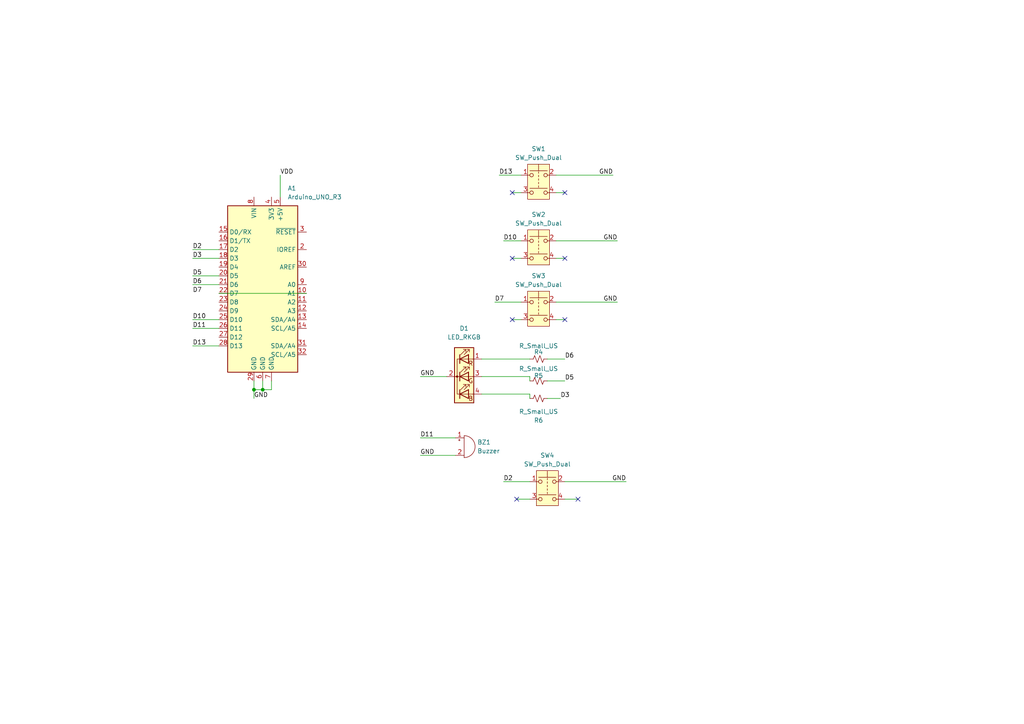
<source format=kicad_sch>
(kicad_sch
	(version 20250114)
	(generator "eeschema")
	(generator_version "9.0")
	(uuid "c2727054-52f9-495a-ae4e-08ec6b854e9e")
	(paper "A4")
	(lib_symbols
		(symbol "Device:Buzzer"
			(pin_names
				(offset 0.0254)
				(hide yes)
			)
			(exclude_from_sim no)
			(in_bom yes)
			(on_board yes)
			(property "Reference" "BZ"
				(at 3.81 1.27 0)
				(effects
					(font
						(size 1.27 1.27)
					)
					(justify left)
				)
			)
			(property "Value" "Buzzer"
				(at 3.81 -1.27 0)
				(effects
					(font
						(size 1.27 1.27)
					)
					(justify left)
				)
			)
			(property "Footprint" ""
				(at -0.635 2.54 90)
				(effects
					(font
						(size 1.27 1.27)
					)
					(hide yes)
				)
			)
			(property "Datasheet" "~"
				(at -0.635 2.54 90)
				(effects
					(font
						(size 1.27 1.27)
					)
					(hide yes)
				)
			)
			(property "Description" "Buzzer, polarized"
				(at 0 0 0)
				(effects
					(font
						(size 1.27 1.27)
					)
					(hide yes)
				)
			)
			(property "ki_keywords" "quartz resonator ceramic"
				(at 0 0 0)
				(effects
					(font
						(size 1.27 1.27)
					)
					(hide yes)
				)
			)
			(property "ki_fp_filters" "*Buzzer*"
				(at 0 0 0)
				(effects
					(font
						(size 1.27 1.27)
					)
					(hide yes)
				)
			)
			(symbol "Buzzer_0_1"
				(polyline
					(pts
						(xy -1.651 1.905) (xy -1.143 1.905)
					)
					(stroke
						(width 0)
						(type default)
					)
					(fill
						(type none)
					)
				)
				(polyline
					(pts
						(xy -1.397 2.159) (xy -1.397 1.651)
					)
					(stroke
						(width 0)
						(type default)
					)
					(fill
						(type none)
					)
				)
				(arc
					(start 0 3.175)
					(mid 3.1612 0)
					(end 0 -3.175)
					(stroke
						(width 0)
						(type default)
					)
					(fill
						(type none)
					)
				)
				(polyline
					(pts
						(xy 0 3.175) (xy 0 -3.175)
					)
					(stroke
						(width 0)
						(type default)
					)
					(fill
						(type none)
					)
				)
			)
			(symbol "Buzzer_1_1"
				(pin passive line
					(at -2.54 2.54 0)
					(length 2.54)
					(name "+"
						(effects
							(font
								(size 1.27 1.27)
							)
						)
					)
					(number "1"
						(effects
							(font
								(size 1.27 1.27)
							)
						)
					)
				)
				(pin passive line
					(at -2.54 -2.54 0)
					(length 2.54)
					(name "-"
						(effects
							(font
								(size 1.27 1.27)
							)
						)
					)
					(number "2"
						(effects
							(font
								(size 1.27 1.27)
							)
						)
					)
				)
			)
			(embedded_fonts no)
		)
		(symbol "Device:LED_RKGB"
			(pin_names
				(offset 0)
				(hide yes)
			)
			(exclude_from_sim no)
			(in_bom yes)
			(on_board yes)
			(property "Reference" "D"
				(at 0 9.398 0)
				(effects
					(font
						(size 1.27 1.27)
					)
				)
			)
			(property "Value" "LED_RKGB"
				(at 0 -8.89 0)
				(effects
					(font
						(size 1.27 1.27)
					)
				)
			)
			(property "Footprint" ""
				(at 0 -1.27 0)
				(effects
					(font
						(size 1.27 1.27)
					)
					(hide yes)
				)
			)
			(property "Datasheet" "~"
				(at 0 -1.27 0)
				(effects
					(font
						(size 1.27 1.27)
					)
					(hide yes)
				)
			)
			(property "Description" "RGB LED, red/cathode/green/blue"
				(at 0 0 0)
				(effects
					(font
						(size 1.27 1.27)
					)
					(hide yes)
				)
			)
			(property "ki_keywords" "LED RGB diode"
				(at 0 0 0)
				(effects
					(font
						(size 1.27 1.27)
					)
					(hide yes)
				)
			)
			(property "ki_fp_filters" "LED* LED_SMD:* LED_THT:*"
				(at 0 0 0)
				(effects
					(font
						(size 1.27 1.27)
					)
					(hide yes)
				)
			)
			(symbol "LED_RKGB_0_0"
				(text "R"
					(at 1.905 3.81 0)
					(effects
						(font
							(size 1.27 1.27)
						)
					)
				)
				(text "G"
					(at 1.905 -1.27 0)
					(effects
						(font
							(size 1.27 1.27)
						)
					)
				)
				(text "B"
					(at 1.905 -6.35 0)
					(effects
						(font
							(size 1.27 1.27)
						)
					)
				)
			)
			(symbol "LED_RKGB_0_1"
				(circle
					(center -2.032 0)
					(radius 0.254)
					(stroke
						(width 0)
						(type default)
					)
					(fill
						(type outline)
					)
				)
				(polyline
					(pts
						(xy -1.27 6.35) (xy -1.27 3.81)
					)
					(stroke
						(width 0.254)
						(type default)
					)
					(fill
						(type none)
					)
				)
				(polyline
					(pts
						(xy -1.27 6.35) (xy -1.27 3.81) (xy -1.27 3.81)
					)
					(stroke
						(width 0)
						(type default)
					)
					(fill
						(type none)
					)
				)
				(polyline
					(pts
						(xy -1.27 5.08) (xy 1.27 5.08)
					)
					(stroke
						(width 0)
						(type default)
					)
					(fill
						(type none)
					)
				)
				(polyline
					(pts
						(xy -1.27 5.08) (xy -2.032 5.08) (xy -2.032 -5.08) (xy -1.016 -5.08)
					)
					(stroke
						(width 0)
						(type default)
					)
					(fill
						(type none)
					)
				)
				(polyline
					(pts
						(xy -1.27 1.27) (xy -1.27 -1.27)
					)
					(stroke
						(width 0.254)
						(type default)
					)
					(fill
						(type none)
					)
				)
				(polyline
					(pts
						(xy -1.27 1.27) (xy -1.27 -1.27) (xy -1.27 -1.27)
					)
					(stroke
						(width 0)
						(type default)
					)
					(fill
						(type none)
					)
				)
				(polyline
					(pts
						(xy -1.27 0) (xy -2.54 0)
					)
					(stroke
						(width 0)
						(type default)
					)
					(fill
						(type none)
					)
				)
				(polyline
					(pts
						(xy -1.27 -3.81) (xy -1.27 -6.35)
					)
					(stroke
						(width 0.254)
						(type default)
					)
					(fill
						(type none)
					)
				)
				(polyline
					(pts
						(xy -1.27 -5.08) (xy 1.27 -5.08)
					)
					(stroke
						(width 0)
						(type default)
					)
					(fill
						(type none)
					)
				)
				(polyline
					(pts
						(xy -1.016 6.35) (xy 0.508 7.874) (xy -0.254 7.874) (xy 0.508 7.874) (xy 0.508 7.112)
					)
					(stroke
						(width 0)
						(type default)
					)
					(fill
						(type none)
					)
				)
				(polyline
					(pts
						(xy -1.016 1.27) (xy 0.508 2.794) (xy -0.254 2.794) (xy 0.508 2.794) (xy 0.508 2.032)
					)
					(stroke
						(width 0)
						(type default)
					)
					(fill
						(type none)
					)
				)
				(polyline
					(pts
						(xy -1.016 -3.81) (xy 0.508 -2.286) (xy -0.254 -2.286) (xy 0.508 -2.286) (xy 0.508 -3.048)
					)
					(stroke
						(width 0)
						(type default)
					)
					(fill
						(type none)
					)
				)
				(polyline
					(pts
						(xy 0 6.35) (xy 1.524 7.874) (xy 0.762 7.874) (xy 1.524 7.874) (xy 1.524 7.112)
					)
					(stroke
						(width 0)
						(type default)
					)
					(fill
						(type none)
					)
				)
				(polyline
					(pts
						(xy 0 1.27) (xy 1.524 2.794) (xy 0.762 2.794) (xy 1.524 2.794) (xy 1.524 2.032)
					)
					(stroke
						(width 0)
						(type default)
					)
					(fill
						(type none)
					)
				)
				(polyline
					(pts
						(xy 0 -3.81) (xy 1.524 -2.286) (xy 0.762 -2.286) (xy 1.524 -2.286) (xy 1.524 -3.048)
					)
					(stroke
						(width 0)
						(type default)
					)
					(fill
						(type none)
					)
				)
				(polyline
					(pts
						(xy 1.27 6.35) (xy 1.27 3.81) (xy -1.27 5.08) (xy 1.27 6.35)
					)
					(stroke
						(width 0.254)
						(type default)
					)
					(fill
						(type none)
					)
				)
				(rectangle
					(start 1.27 6.35)
					(end 1.27 6.35)
					(stroke
						(width 0)
						(type default)
					)
					(fill
						(type none)
					)
				)
				(polyline
					(pts
						(xy 1.27 5.08) (xy 2.54 5.08)
					)
					(stroke
						(width 0)
						(type default)
					)
					(fill
						(type none)
					)
				)
				(rectangle
					(start 1.27 3.81)
					(end 1.27 6.35)
					(stroke
						(width 0)
						(type default)
					)
					(fill
						(type none)
					)
				)
				(polyline
					(pts
						(xy 1.27 1.27) (xy 1.27 -1.27) (xy -1.27 0) (xy 1.27 1.27)
					)
					(stroke
						(width 0.254)
						(type default)
					)
					(fill
						(type none)
					)
				)
				(rectangle
					(start 1.27 1.27)
					(end 1.27 1.27)
					(stroke
						(width 0)
						(type default)
					)
					(fill
						(type none)
					)
				)
				(polyline
					(pts
						(xy 1.27 0) (xy -1.27 0)
					)
					(stroke
						(width 0)
						(type default)
					)
					(fill
						(type none)
					)
				)
				(polyline
					(pts
						(xy 1.27 0) (xy 2.54 0)
					)
					(stroke
						(width 0)
						(type default)
					)
					(fill
						(type none)
					)
				)
				(rectangle
					(start 1.27 -1.27)
					(end 1.27 1.27)
					(stroke
						(width 0)
						(type default)
					)
					(fill
						(type none)
					)
				)
				(polyline
					(pts
						(xy 1.27 -3.81) (xy 1.27 -6.35) (xy -1.27 -5.08) (xy 1.27 -3.81)
					)
					(stroke
						(width 0.254)
						(type default)
					)
					(fill
						(type none)
					)
				)
				(polyline
					(pts
						(xy 1.27 -5.08) (xy 2.54 -5.08)
					)
					(stroke
						(width 0)
						(type default)
					)
					(fill
						(type none)
					)
				)
				(rectangle
					(start 2.794 8.382)
					(end -2.794 -7.62)
					(stroke
						(width 0.254)
						(type default)
					)
					(fill
						(type background)
					)
				)
			)
			(symbol "LED_RKGB_1_1"
				(pin passive line
					(at -5.08 0 0)
					(length 2.54)
					(name "K"
						(effects
							(font
								(size 1.27 1.27)
							)
						)
					)
					(number "2"
						(effects
							(font
								(size 1.27 1.27)
							)
						)
					)
				)
				(pin passive line
					(at 5.08 5.08 180)
					(length 2.54)
					(name "RA"
						(effects
							(font
								(size 1.27 1.27)
							)
						)
					)
					(number "1"
						(effects
							(font
								(size 1.27 1.27)
							)
						)
					)
				)
				(pin passive line
					(at 5.08 0 180)
					(length 2.54)
					(name "GA"
						(effects
							(font
								(size 1.27 1.27)
							)
						)
					)
					(number "3"
						(effects
							(font
								(size 1.27 1.27)
							)
						)
					)
				)
				(pin passive line
					(at 5.08 -5.08 180)
					(length 2.54)
					(name "BA"
						(effects
							(font
								(size 1.27 1.27)
							)
						)
					)
					(number "4"
						(effects
							(font
								(size 1.27 1.27)
							)
						)
					)
				)
			)
			(embedded_fonts no)
		)
		(symbol "Device:R_Small_US"
			(pin_numbers
				(hide yes)
			)
			(pin_names
				(offset 0.254)
				(hide yes)
			)
			(exclude_from_sim no)
			(in_bom yes)
			(on_board yes)
			(property "Reference" "R"
				(at 0.762 0.508 0)
				(effects
					(font
						(size 1.27 1.27)
					)
					(justify left)
				)
			)
			(property "Value" "R_Small_US"
				(at 0.762 -1.016 0)
				(effects
					(font
						(size 1.27 1.27)
					)
					(justify left)
				)
			)
			(property "Footprint" ""
				(at 0 0 0)
				(effects
					(font
						(size 1.27 1.27)
					)
					(hide yes)
				)
			)
			(property "Datasheet" "~"
				(at 0 0 0)
				(effects
					(font
						(size 1.27 1.27)
					)
					(hide yes)
				)
			)
			(property "Description" "Resistor, small US symbol"
				(at 0 0 0)
				(effects
					(font
						(size 1.27 1.27)
					)
					(hide yes)
				)
			)
			(property "ki_keywords" "r resistor"
				(at 0 0 0)
				(effects
					(font
						(size 1.27 1.27)
					)
					(hide yes)
				)
			)
			(property "ki_fp_filters" "R_*"
				(at 0 0 0)
				(effects
					(font
						(size 1.27 1.27)
					)
					(hide yes)
				)
			)
			(symbol "R_Small_US_1_1"
				(polyline
					(pts
						(xy 0 1.524) (xy 1.016 1.143) (xy 0 0.762) (xy -1.016 0.381) (xy 0 0)
					)
					(stroke
						(width 0)
						(type default)
					)
					(fill
						(type none)
					)
				)
				(polyline
					(pts
						(xy 0 0) (xy 1.016 -0.381) (xy 0 -0.762) (xy -1.016 -1.143) (xy 0 -1.524)
					)
					(stroke
						(width 0)
						(type default)
					)
					(fill
						(type none)
					)
				)
				(pin passive line
					(at 0 2.54 270)
					(length 1.016)
					(name "~"
						(effects
							(font
								(size 1.27 1.27)
							)
						)
					)
					(number "1"
						(effects
							(font
								(size 1.27 1.27)
							)
						)
					)
				)
				(pin passive line
					(at 0 -2.54 90)
					(length 1.016)
					(name "~"
						(effects
							(font
								(size 1.27 1.27)
							)
						)
					)
					(number "2"
						(effects
							(font
								(size 1.27 1.27)
							)
						)
					)
				)
			)
			(embedded_fonts no)
		)
		(symbol "MCU_Module:Arduino_UNO_R3"
			(exclude_from_sim no)
			(in_bom yes)
			(on_board yes)
			(property "Reference" "A"
				(at -10.16 23.495 0)
				(effects
					(font
						(size 1.27 1.27)
					)
					(justify left bottom)
				)
			)
			(property "Value" "Arduino_UNO_R3"
				(at 5.08 -26.67 0)
				(effects
					(font
						(size 1.27 1.27)
					)
					(justify left top)
				)
			)
			(property "Footprint" "Module:Arduino_UNO_R3"
				(at 0 0 0)
				(effects
					(font
						(size 1.27 1.27)
						(italic yes)
					)
					(hide yes)
				)
			)
			(property "Datasheet" "https://www.arduino.cc/en/Main/arduinoBoardUno"
				(at 0 0 0)
				(effects
					(font
						(size 1.27 1.27)
					)
					(hide yes)
				)
			)
			(property "Description" "Arduino UNO Microcontroller Module, release 3"
				(at 0 0 0)
				(effects
					(font
						(size 1.27 1.27)
					)
					(hide yes)
				)
			)
			(property "ki_keywords" "Arduino UNO R3 Microcontroller Module Atmel AVR USB"
				(at 0 0 0)
				(effects
					(font
						(size 1.27 1.27)
					)
					(hide yes)
				)
			)
			(property "ki_fp_filters" "Arduino*UNO*R3*"
				(at 0 0 0)
				(effects
					(font
						(size 1.27 1.27)
					)
					(hide yes)
				)
			)
			(symbol "Arduino_UNO_R3_0_1"
				(rectangle
					(start -10.16 22.86)
					(end 10.16 -25.4)
					(stroke
						(width 0.254)
						(type default)
					)
					(fill
						(type background)
					)
				)
			)
			(symbol "Arduino_UNO_R3_1_1"
				(pin bidirectional line
					(at -12.7 15.24 0)
					(length 2.54)
					(name "D0/RX"
						(effects
							(font
								(size 1.27 1.27)
							)
						)
					)
					(number "15"
						(effects
							(font
								(size 1.27 1.27)
							)
						)
					)
				)
				(pin bidirectional line
					(at -12.7 12.7 0)
					(length 2.54)
					(name "D1/TX"
						(effects
							(font
								(size 1.27 1.27)
							)
						)
					)
					(number "16"
						(effects
							(font
								(size 1.27 1.27)
							)
						)
					)
				)
				(pin bidirectional line
					(at -12.7 10.16 0)
					(length 2.54)
					(name "D2"
						(effects
							(font
								(size 1.27 1.27)
							)
						)
					)
					(number "17"
						(effects
							(font
								(size 1.27 1.27)
							)
						)
					)
				)
				(pin bidirectional line
					(at -12.7 7.62 0)
					(length 2.54)
					(name "D3"
						(effects
							(font
								(size 1.27 1.27)
							)
						)
					)
					(number "18"
						(effects
							(font
								(size 1.27 1.27)
							)
						)
					)
				)
				(pin bidirectional line
					(at -12.7 5.08 0)
					(length 2.54)
					(name "D4"
						(effects
							(font
								(size 1.27 1.27)
							)
						)
					)
					(number "19"
						(effects
							(font
								(size 1.27 1.27)
							)
						)
					)
				)
				(pin bidirectional line
					(at -12.7 2.54 0)
					(length 2.54)
					(name "D5"
						(effects
							(font
								(size 1.27 1.27)
							)
						)
					)
					(number "20"
						(effects
							(font
								(size 1.27 1.27)
							)
						)
					)
				)
				(pin bidirectional line
					(at -12.7 0 0)
					(length 2.54)
					(name "D6"
						(effects
							(font
								(size 1.27 1.27)
							)
						)
					)
					(number "21"
						(effects
							(font
								(size 1.27 1.27)
							)
						)
					)
				)
				(pin bidirectional line
					(at -12.7 -2.54 0)
					(length 2.54)
					(name "D7"
						(effects
							(font
								(size 1.27 1.27)
							)
						)
					)
					(number "22"
						(effects
							(font
								(size 1.27 1.27)
							)
						)
					)
				)
				(pin bidirectional line
					(at -12.7 -5.08 0)
					(length 2.54)
					(name "D8"
						(effects
							(font
								(size 1.27 1.27)
							)
						)
					)
					(number "23"
						(effects
							(font
								(size 1.27 1.27)
							)
						)
					)
				)
				(pin bidirectional line
					(at -12.7 -7.62 0)
					(length 2.54)
					(name "D9"
						(effects
							(font
								(size 1.27 1.27)
							)
						)
					)
					(number "24"
						(effects
							(font
								(size 1.27 1.27)
							)
						)
					)
				)
				(pin bidirectional line
					(at -12.7 -10.16 0)
					(length 2.54)
					(name "D10"
						(effects
							(font
								(size 1.27 1.27)
							)
						)
					)
					(number "25"
						(effects
							(font
								(size 1.27 1.27)
							)
						)
					)
				)
				(pin bidirectional line
					(at -12.7 -12.7 0)
					(length 2.54)
					(name "D11"
						(effects
							(font
								(size 1.27 1.27)
							)
						)
					)
					(number "26"
						(effects
							(font
								(size 1.27 1.27)
							)
						)
					)
				)
				(pin bidirectional line
					(at -12.7 -15.24 0)
					(length 2.54)
					(name "D12"
						(effects
							(font
								(size 1.27 1.27)
							)
						)
					)
					(number "27"
						(effects
							(font
								(size 1.27 1.27)
							)
						)
					)
				)
				(pin bidirectional line
					(at -12.7 -17.78 0)
					(length 2.54)
					(name "D13"
						(effects
							(font
								(size 1.27 1.27)
							)
						)
					)
					(number "28"
						(effects
							(font
								(size 1.27 1.27)
							)
						)
					)
				)
				(pin no_connect line
					(at -10.16 -20.32 0)
					(length 2.54)
					(hide yes)
					(name "NC"
						(effects
							(font
								(size 1.27 1.27)
							)
						)
					)
					(number "1"
						(effects
							(font
								(size 1.27 1.27)
							)
						)
					)
				)
				(pin power_in line
					(at -2.54 25.4 270)
					(length 2.54)
					(name "VIN"
						(effects
							(font
								(size 1.27 1.27)
							)
						)
					)
					(number "8"
						(effects
							(font
								(size 1.27 1.27)
							)
						)
					)
				)
				(pin power_in line
					(at -2.54 -27.94 90)
					(length 2.54)
					(name "GND"
						(effects
							(font
								(size 1.27 1.27)
							)
						)
					)
					(number "29"
						(effects
							(font
								(size 1.27 1.27)
							)
						)
					)
				)
				(pin power_in line
					(at 0 -27.94 90)
					(length 2.54)
					(name "GND"
						(effects
							(font
								(size 1.27 1.27)
							)
						)
					)
					(number "6"
						(effects
							(font
								(size 1.27 1.27)
							)
						)
					)
				)
				(pin power_out line
					(at 2.54 25.4 270)
					(length 2.54)
					(name "3V3"
						(effects
							(font
								(size 1.27 1.27)
							)
						)
					)
					(number "4"
						(effects
							(font
								(size 1.27 1.27)
							)
						)
					)
				)
				(pin power_in line
					(at 2.54 -27.94 90)
					(length 2.54)
					(name "GND"
						(effects
							(font
								(size 1.27 1.27)
							)
						)
					)
					(number "7"
						(effects
							(font
								(size 1.27 1.27)
							)
						)
					)
				)
				(pin power_out line
					(at 5.08 25.4 270)
					(length 2.54)
					(name "+5V"
						(effects
							(font
								(size 1.27 1.27)
							)
						)
					)
					(number "5"
						(effects
							(font
								(size 1.27 1.27)
							)
						)
					)
				)
				(pin input line
					(at 12.7 15.24 180)
					(length 2.54)
					(name "~{RESET}"
						(effects
							(font
								(size 1.27 1.27)
							)
						)
					)
					(number "3"
						(effects
							(font
								(size 1.27 1.27)
							)
						)
					)
				)
				(pin output line
					(at 12.7 10.16 180)
					(length 2.54)
					(name "IOREF"
						(effects
							(font
								(size 1.27 1.27)
							)
						)
					)
					(number "2"
						(effects
							(font
								(size 1.27 1.27)
							)
						)
					)
				)
				(pin input line
					(at 12.7 5.08 180)
					(length 2.54)
					(name "AREF"
						(effects
							(font
								(size 1.27 1.27)
							)
						)
					)
					(number "30"
						(effects
							(font
								(size 1.27 1.27)
							)
						)
					)
				)
				(pin bidirectional line
					(at 12.7 0 180)
					(length 2.54)
					(name "A0"
						(effects
							(font
								(size 1.27 1.27)
							)
						)
					)
					(number "9"
						(effects
							(font
								(size 1.27 1.27)
							)
						)
					)
				)
				(pin bidirectional line
					(at 12.7 -2.54 180)
					(length 2.54)
					(name "A1"
						(effects
							(font
								(size 1.27 1.27)
							)
						)
					)
					(number "10"
						(effects
							(font
								(size 1.27 1.27)
							)
						)
					)
				)
				(pin bidirectional line
					(at 12.7 -5.08 180)
					(length 2.54)
					(name "A2"
						(effects
							(font
								(size 1.27 1.27)
							)
						)
					)
					(number "11"
						(effects
							(font
								(size 1.27 1.27)
							)
						)
					)
				)
				(pin bidirectional line
					(at 12.7 -7.62 180)
					(length 2.54)
					(name "A3"
						(effects
							(font
								(size 1.27 1.27)
							)
						)
					)
					(number "12"
						(effects
							(font
								(size 1.27 1.27)
							)
						)
					)
				)
				(pin bidirectional line
					(at 12.7 -10.16 180)
					(length 2.54)
					(name "SDA/A4"
						(effects
							(font
								(size 1.27 1.27)
							)
						)
					)
					(number "13"
						(effects
							(font
								(size 1.27 1.27)
							)
						)
					)
				)
				(pin bidirectional line
					(at 12.7 -12.7 180)
					(length 2.54)
					(name "SCL/A5"
						(effects
							(font
								(size 1.27 1.27)
							)
						)
					)
					(number "14"
						(effects
							(font
								(size 1.27 1.27)
							)
						)
					)
				)
				(pin bidirectional line
					(at 12.7 -17.78 180)
					(length 2.54)
					(name "SDA/A4"
						(effects
							(font
								(size 1.27 1.27)
							)
						)
					)
					(number "31"
						(effects
							(font
								(size 1.27 1.27)
							)
						)
					)
				)
				(pin bidirectional line
					(at 12.7 -20.32 180)
					(length 2.54)
					(name "SCL/A5"
						(effects
							(font
								(size 1.27 1.27)
							)
						)
					)
					(number "32"
						(effects
							(font
								(size 1.27 1.27)
							)
						)
					)
				)
			)
			(embedded_fonts no)
		)
		(symbol "Switch:SW_Push_Dual"
			(pin_names
				(offset 1.016)
				(hide yes)
			)
			(exclude_from_sim no)
			(in_bom yes)
			(on_board yes)
			(property "Reference" "SW"
				(at 0 7.62 0)
				(effects
					(font
						(size 1.27 1.27)
					)
				)
			)
			(property "Value" "SW_Push_Dual"
				(at 0 -6.35 0)
				(effects
					(font
						(size 1.27 1.27)
					)
				)
			)
			(property "Footprint" ""
				(at 0 7.62 0)
				(effects
					(font
						(size 1.27 1.27)
					)
					(hide yes)
				)
			)
			(property "Datasheet" "~"
				(at 0 0 0)
				(effects
					(font
						(size 1.27 1.27)
					)
					(hide yes)
				)
			)
			(property "Description" "Push button switch, generic, symbol, four pins"
				(at 0 0 0)
				(effects
					(font
						(size 1.27 1.27)
					)
					(hide yes)
				)
			)
			(property "ki_keywords" "switch normally-open pushbutton push-button"
				(at 0 0 0)
				(effects
					(font
						(size 1.27 1.27)
					)
					(hide yes)
				)
			)
			(symbol "SW_Push_Dual_0_1"
				(circle
					(center -2.032 2.54)
					(radius 0.508)
					(stroke
						(width 0)
						(type default)
					)
					(fill
						(type none)
					)
				)
				(circle
					(center -2.032 -2.54)
					(radius 0.508)
					(stroke
						(width 0)
						(type default)
					)
					(fill
						(type none)
					)
				)
				(polyline
					(pts
						(xy 0 3.81) (xy 0 5.588)
					)
					(stroke
						(width 0)
						(type default)
					)
					(fill
						(type none)
					)
				)
				(polyline
					(pts
						(xy 0 3.048) (xy 0 3.556)
					)
					(stroke
						(width 0)
						(type default)
					)
					(fill
						(type none)
					)
				)
				(polyline
					(pts
						(xy 0 2.032) (xy 0 2.54)
					)
					(stroke
						(width 0)
						(type default)
					)
					(fill
						(type none)
					)
				)
				(polyline
					(pts
						(xy 0 1.016) (xy 0 1.524)
					)
					(stroke
						(width 0)
						(type default)
					)
					(fill
						(type none)
					)
				)
				(polyline
					(pts
						(xy 0 0.508) (xy 0 0)
					)
					(stroke
						(width 0)
						(type default)
					)
					(fill
						(type none)
					)
				)
				(polyline
					(pts
						(xy 0 -0.508) (xy 0 -1.016)
					)
					(stroke
						(width 0)
						(type default)
					)
					(fill
						(type none)
					)
				)
				(circle
					(center 2.032 2.54)
					(radius 0.508)
					(stroke
						(width 0)
						(type default)
					)
					(fill
						(type none)
					)
				)
				(circle
					(center 2.032 -2.54)
					(radius 0.508)
					(stroke
						(width 0)
						(type default)
					)
					(fill
						(type none)
					)
				)
				(polyline
					(pts
						(xy 2.54 3.81) (xy -2.54 3.81)
					)
					(stroke
						(width 0)
						(type default)
					)
					(fill
						(type none)
					)
				)
				(polyline
					(pts
						(xy 2.54 -1.27) (xy -2.54 -1.27)
					)
					(stroke
						(width 0)
						(type default)
					)
					(fill
						(type none)
					)
				)
				(pin passive line
					(at -5.08 2.54 0)
					(length 2.54)
					(name "1"
						(effects
							(font
								(size 1.27 1.27)
							)
						)
					)
					(number "1"
						(effects
							(font
								(size 1.27 1.27)
							)
						)
					)
				)
				(pin passive line
					(at -5.08 -2.54 0)
					(length 2.54)
					(name "3"
						(effects
							(font
								(size 1.27 1.27)
							)
						)
					)
					(number "3"
						(effects
							(font
								(size 1.27 1.27)
							)
						)
					)
				)
				(pin passive line
					(at 5.08 2.54 180)
					(length 2.54)
					(name "2"
						(effects
							(font
								(size 1.27 1.27)
							)
						)
					)
					(number "2"
						(effects
							(font
								(size 1.27 1.27)
							)
						)
					)
				)
				(pin passive line
					(at 5.08 -2.54 180)
					(length 2.54)
					(name "4"
						(effects
							(font
								(size 1.27 1.27)
							)
						)
					)
					(number "4"
						(effects
							(font
								(size 1.27 1.27)
							)
						)
					)
				)
			)
			(symbol "SW_Push_Dual_1_1"
				(rectangle
					(start -3.175 5.715)
					(end 3.175 -4.445)
					(stroke
						(width 0)
						(type default)
					)
					(fill
						(type background)
					)
				)
			)
			(embedded_fonts no)
		)
	)
	(junction
		(at 76.2 113.03)
		(diameter 0)
		(color 0 0 0 0)
		(uuid "74a83418-4887-4c79-98d9-dfcc6e17cc0a")
	)
	(junction
		(at 73.66 113.03)
		(diameter 0)
		(color 0 0 0 0)
		(uuid "ea707689-69a1-4a87-a6ef-3ab02d0f5289")
	)
	(no_connect
		(at 163.83 92.71)
		(uuid "2191eea9-8adf-4ad8-ace9-e95b59066081")
	)
	(no_connect
		(at 149.86 144.78)
		(uuid "7fd7d382-ad4e-48a0-9a00-69b12fcacb48")
	)
	(no_connect
		(at 167.64 144.78)
		(uuid "9b42c7dd-ca1e-4a1b-92f7-e736852ff91f")
	)
	(no_connect
		(at 148.59 74.93)
		(uuid "9c6fc86f-8680-4089-b2b7-e3d0dd640b3a")
	)
	(no_connect
		(at 163.83 74.93)
		(uuid "abf7310a-483b-4962-90ba-3ff81213da5d")
	)
	(no_connect
		(at 148.59 55.88)
		(uuid "c3418db9-bd59-4bec-85dd-4fec46f8c9a5")
	)
	(no_connect
		(at 163.83 55.88)
		(uuid "f0ae03d4-ad41-4e1c-a2cd-13ea69878448")
	)
	(no_connect
		(at 148.59 92.71)
		(uuid "fa9c15cf-9fc1-4ff6-a96d-fe00f3305283")
	)
	(wire
		(pts
			(xy 148.59 55.88) (xy 151.13 55.88)
		)
		(stroke
			(width 0)
			(type default)
		)
		(uuid "00ce20d7-1eb6-457f-96f4-91666a8b55b4")
	)
	(wire
		(pts
			(xy -10353.04 -3830.32) (xy -10353.04 85.09)
		)
		(stroke
			(width 0)
			(type default)
		)
		(uuid "082a55da-f3bc-4df0-af94-706236b29bbd")
	)
	(wire
		(pts
			(xy 158.75 115.57) (xy 162.56 115.57)
		)
		(stroke
			(width 0)
			(type default)
		)
		(uuid "0b8b86c9-9bf3-404a-9b95-f9d67afeb921")
	)
	(wire
		(pts
			(xy 161.29 87.63) (xy 179.07 87.63)
		)
		(stroke
			(width 0)
			(type default)
		)
		(uuid "0c798076-42da-4fb7-9050-8f2ab5728831")
	)
	(wire
		(pts
			(xy 73.66 113.03) (xy 73.66 115.57)
		)
		(stroke
			(width 0)
			(type default)
		)
		(uuid "13ce5ec8-5ec6-4b9d-ae59-ddb7e751ad1b")
	)
	(wire
		(pts
			(xy 153.67 109.22) (xy 153.67 110.49)
		)
		(stroke
			(width 0)
			(type default)
		)
		(uuid "184fdd37-abc9-47d2-aaf6-062d5c799e28")
	)
	(wire
		(pts
			(xy 161.29 55.88) (xy 163.83 55.88)
		)
		(stroke
			(width 0)
			(type default)
		)
		(uuid "18676d5a-cb2e-49e3-948a-4b519cd349a9")
	)
	(wire
		(pts
			(xy 163.83 139.7) (xy 181.61 139.7)
		)
		(stroke
			(width 0)
			(type default)
		)
		(uuid "1a78a66b-27f6-4503-8946-720e08cc03dd")
	)
	(wire
		(pts
			(xy 139.7 104.14) (xy 153.67 104.14)
		)
		(stroke
			(width 0)
			(type default)
		)
		(uuid "1aaa19d4-6970-4085-b1bd-4631ee4ab60a")
	)
	(wire
		(pts
			(xy 121.92 132.08) (xy 132.08 132.08)
		)
		(stroke
			(width 0)
			(type default)
		)
		(uuid "1c06ec77-5be5-40bc-98ea-cfbe46d46173")
	)
	(wire
		(pts
			(xy 78.74 110.49) (xy 78.74 113.03)
		)
		(stroke
			(width 0)
			(type default)
		)
		(uuid "1c27b994-5554-457f-8f72-904bfb147f70")
	)
	(wire
		(pts
			(xy 146.05 139.7) (xy 153.67 139.7)
		)
		(stroke
			(width 0)
			(type default)
		)
		(uuid "1cb155f4-3349-44da-b375-23781026e9f8")
	)
	(wire
		(pts
			(xy 55.88 95.25) (xy 63.5 95.25)
		)
		(stroke
			(width 0)
			(type default)
		)
		(uuid "1f00da7d-10c4-493c-a38f-3df01a846eac")
	)
	(wire
		(pts
			(xy 121.92 109.22) (xy 129.54 109.22)
		)
		(stroke
			(width 0)
			(type default)
		)
		(uuid "27c8fc3e-1f66-4134-a2d3-d9399c3a4598")
	)
	(wire
		(pts
			(xy 146.05 69.85) (xy 151.13 69.85)
		)
		(stroke
			(width 0)
			(type default)
		)
		(uuid "2c1909ab-ea90-4d3d-9b13-57479c8c5ba7")
	)
	(wire
		(pts
			(xy 143.51 87.63) (xy 151.13 87.63)
		)
		(stroke
			(width 0)
			(type default)
		)
		(uuid "3b4a0b7e-482d-45cb-8920-7a245311ee61")
	)
	(wire
		(pts
			(xy 55.88 80.01) (xy 63.5 80.01)
		)
		(stroke
			(width 0)
			(type default)
		)
		(uuid "3f4ece33-0bd1-4560-bf56-c64c1d1d061a")
	)
	(wire
		(pts
			(xy 55.88 74.93) (xy 63.5 74.93)
		)
		(stroke
			(width 0)
			(type default)
		)
		(uuid "4befbf02-9e26-4c9f-8e28-2a1b3df13d76")
	)
	(wire
		(pts
			(xy 55.88 82.55) (xy 63.5 82.55)
		)
		(stroke
			(width 0)
			(type default)
		)
		(uuid "4d1092dd-0ab6-415e-a464-b28a84ff0554")
	)
	(wire
		(pts
			(xy 161.29 69.85) (xy 179.07 69.85)
		)
		(stroke
			(width 0)
			(type default)
		)
		(uuid "5f0e88aa-a066-4055-bee8-f90e730f0939")
	)
	(wire
		(pts
			(xy 76.2 110.49) (xy 76.2 113.03)
		)
		(stroke
			(width 0)
			(type default)
		)
		(uuid "6633a066-7ded-45a5-aa83-32134aaea6c1")
	)
	(wire
		(pts
			(xy 55.88 100.33) (xy 63.5 100.33)
		)
		(stroke
			(width 0)
			(type default)
		)
		(uuid "77547f24-7ca0-45d0-825d-9cc3c5a8cb6e")
	)
	(wire
		(pts
			(xy 161.29 92.71) (xy 163.83 92.71)
		)
		(stroke
			(width 0)
			(type default)
		)
		(uuid "7c2fe779-d109-479a-bcfc-46210ccf24b5")
	)
	(wire
		(pts
			(xy 63.5 85.09) (xy 88.9 85.09)
		)
		(stroke
			(width 0)
			(type default)
		)
		(uuid "7f84b70e-fee3-4f75-a917-e6b61e11596d")
	)
	(wire
		(pts
			(xy 55.88 72.39) (xy 63.5 72.39)
		)
		(stroke
			(width 0)
			(type default)
		)
		(uuid "89fe8f99-d08c-4188-b045-272c0b287f5f")
	)
	(wire
		(pts
			(xy 153.67 114.3) (xy 153.67 115.57)
		)
		(stroke
			(width 0)
			(type default)
		)
		(uuid "8bf391f8-d454-474a-b0d6-842c90e7a377")
	)
	(wire
		(pts
			(xy 55.88 92.71) (xy 63.5 92.71)
		)
		(stroke
			(width 0)
			(type default)
		)
		(uuid "939e309e-d239-4c8a-a823-21c7c92c1fe1")
	)
	(wire
		(pts
			(xy 144.78 50.8) (xy 151.13 50.8)
		)
		(stroke
			(width 0)
			(type default)
		)
		(uuid "960f9efe-76f4-4cc1-a4e1-0acbf6506af3")
	)
	(wire
		(pts
			(xy 73.66 110.49) (xy 73.66 113.03)
		)
		(stroke
			(width 0)
			(type default)
		)
		(uuid "9e857f88-f2bb-4424-8e0f-c8bb05e167c4")
	)
	(wire
		(pts
			(xy 161.29 50.8) (xy 177.8 50.8)
		)
		(stroke
			(width 0)
			(type default)
		)
		(uuid "aee02648-7828-4626-8d06-b1f753c77817")
	)
	(wire
		(pts
			(xy 139.7 114.3) (xy 153.67 114.3)
		)
		(stroke
			(width 0)
			(type default)
		)
		(uuid "b72cd158-d35e-4a36-ab84-396fc12ca184")
	)
	(wire
		(pts
			(xy 148.59 92.71) (xy 151.13 92.71)
		)
		(stroke
			(width 0)
			(type default)
		)
		(uuid "b8bddad6-87d8-4215-a9fc-9f1fc429702f")
	)
	(wire
		(pts
			(xy 121.92 127) (xy 132.08 127)
		)
		(stroke
			(width 0)
			(type default)
		)
		(uuid "ba269ed4-f133-40bc-a50f-1a325e98ea49")
	)
	(wire
		(pts
			(xy 76.2 113.03) (xy 73.66 113.03)
		)
		(stroke
			(width 0)
			(type default)
		)
		(uuid "c9ca7800-783c-4c69-9f98-3c63ad34c048")
	)
	(wire
		(pts
			(xy 149.86 144.78) (xy 153.67 144.78)
		)
		(stroke
			(width 0)
			(type default)
		)
		(uuid "d0d55eed-5844-415c-bb9f-cc1ff0e40553")
	)
	(wire
		(pts
			(xy 161.29 74.93) (xy 163.83 74.93)
		)
		(stroke
			(width 0)
			(type default)
		)
		(uuid "d12dc0bd-b551-493e-b6b4-acf924b81c5e")
	)
	(wire
		(pts
			(xy 139.7 109.22) (xy 153.67 109.22)
		)
		(stroke
			(width 0)
			(type default)
		)
		(uuid "d195fcc1-f6d4-4c1c-86d2-6531272c9c1f")
	)
	(wire
		(pts
			(xy 81.28 50.8) (xy 81.28 57.15)
		)
		(stroke
			(width 0)
			(type default)
		)
		(uuid "d273d327-7a7f-4137-9ae8-7f505c795123")
	)
	(wire
		(pts
			(xy 148.59 74.93) (xy 151.13 74.93)
		)
		(stroke
			(width 0)
			(type default)
		)
		(uuid "d27b9157-d731-404f-acb8-f4f77090de00")
	)
	(wire
		(pts
			(xy 158.75 110.49) (xy 163.83 110.49)
		)
		(stroke
			(width 0)
			(type default)
		)
		(uuid "d2c52e26-19cb-4721-b46c-8e1f04a17259")
	)
	(wire
		(pts
			(xy 78.74 113.03) (xy 76.2 113.03)
		)
		(stroke
			(width 0)
			(type default)
		)
		(uuid "ef1c81d5-b876-4678-9e9a-4ba026806403")
	)
	(wire
		(pts
			(xy 158.75 104.14) (xy 163.83 104.14)
		)
		(stroke
			(width 0)
			(type default)
		)
		(uuid "fb47c00f-a665-4590-ab9b-a5bdae735573")
	)
	(wire
		(pts
			(xy 163.83 144.78) (xy 167.64 144.78)
		)
		(stroke
			(width 0)
			(type default)
		)
		(uuid "ff7110c7-9bbe-482f-85dd-aa769a4d49a9")
	)
	(label "D5"
		(at 55.88 80.01 0)
		(effects
			(font
				(size 1.27 1.27)
			)
			(justify left bottom)
		)
		(uuid "01ee1aaa-7a0f-42a3-b2a9-0b18e04b5008")
	)
	(label "D2"
		(at 55.88 72.39 0)
		(effects
			(font
				(size 1.27 1.27)
			)
			(justify left bottom)
		)
		(uuid "0208aaff-f073-492a-aa60-39b0704420cb")
	)
	(label "D5"
		(at 163.83 110.49 0)
		(effects
			(font
				(size 1.27 1.27)
			)
			(justify left bottom)
		)
		(uuid "19993e25-63eb-4814-8016-05fd9b20f54b")
	)
	(label "D10"
		(at 146.05 69.85 0)
		(effects
			(font
				(size 1.27 1.27)
			)
			(justify left bottom)
		)
		(uuid "19c57b53-37d7-479f-982d-24b61f336eaf")
	)
	(label "GND"
		(at 179.07 69.85 180)
		(effects
			(font
				(size 1.27 1.27)
			)
			(justify right bottom)
		)
		(uuid "24a27f2d-7714-40bf-bc43-b10d047a7da7")
	)
	(label "D2"
		(at 146.05 139.7 0)
		(effects
			(font
				(size 1.27 1.27)
			)
			(justify left bottom)
		)
		(uuid "319a83d1-34fc-4f4a-b3d0-5cad468f587a")
	)
	(label "D13"
		(at 144.78 50.8 0)
		(effects
			(font
				(size 1.27 1.27)
			)
			(justify left bottom)
		)
		(uuid "3314ce02-6744-428f-87f9-391759aefa5c")
	)
	(label "D6"
		(at 163.83 104.14 0)
		(effects
			(font
				(size 1.27 1.27)
			)
			(justify left bottom)
		)
		(uuid "46504167-8524-4438-b1b2-c68600cd569e")
	)
	(label "D11"
		(at 121.92 127 0)
		(effects
			(font
				(size 1.27 1.27)
			)
			(justify left bottom)
		)
		(uuid "54b87785-cb72-476c-89a5-a870c3bbcb61")
	)
	(label "D11"
		(at 55.88 95.25 0)
		(effects
			(font
				(size 1.27 1.27)
			)
			(justify left bottom)
		)
		(uuid "60febf5c-5619-47d3-8714-c5933daed003")
	)
	(label "D7"
		(at 143.51 87.63 0)
		(effects
			(font
				(size 1.27 1.27)
			)
			(justify left bottom)
		)
		(uuid "6d450d47-a86b-4cf4-823d-499377b47106")
	)
	(label "GND"
		(at 121.92 132.08 0)
		(effects
			(font
				(size 1.27 1.27)
			)
			(justify left bottom)
		)
		(uuid "6e55849c-e398-4ee6-a47c-d22580dcf27f")
	)
	(label "D7"
		(at 55.88 85.09 0)
		(effects
			(font
				(size 1.27 1.27)
			)
			(justify left bottom)
		)
		(uuid "78af7f20-50fe-4a5e-bff4-be48731cccf9")
	)
	(label "GND"
		(at 181.61 139.7 180)
		(effects
			(font
				(size 1.27 1.27)
			)
			(justify right bottom)
		)
		(uuid "7a4d4631-5eb9-4af6-a950-965cd2b11e45")
	)
	(label "GND"
		(at 73.66 115.57 0)
		(effects
			(font
				(size 1.27 1.27)
			)
			(justify left bottom)
		)
		(uuid "8146a484-9916-41da-a599-eb01a910f7c5")
	)
	(label "D3"
		(at 55.88 74.93 0)
		(effects
			(font
				(size 1.27 1.27)
			)
			(justify left bottom)
		)
		(uuid "85cdbec7-e8a9-4d56-8a13-787162b0c716")
	)
	(label "GND"
		(at 177.8 50.8 180)
		(effects
			(font
				(size 1.27 1.27)
			)
			(justify right bottom)
		)
		(uuid "866b45f6-4d65-4590-a814-b7b9f7f17575")
	)
	(label "GND"
		(at 121.92 109.22 0)
		(effects
			(font
				(size 1.27 1.27)
			)
			(justify left bottom)
		)
		(uuid "883106f4-4647-4da7-a6a0-dcc667f3e0bf")
	)
	(label "D3"
		(at 162.56 115.57 0)
		(effects
			(font
				(size 1.27 1.27)
			)
			(justify left bottom)
		)
		(uuid "b4b277f8-1365-4b2b-bf10-da7d1cfb80ca")
	)
	(label "GND"
		(at 179.07 87.63 180)
		(effects
			(font
				(size 1.27 1.27)
			)
			(justify right bottom)
		)
		(uuid "c27f96ac-9c9f-4a9e-a421-7a10f445e32f")
	)
	(label "D10"
		(at 55.88 92.71 0)
		(effects
			(font
				(size 1.27 1.27)
			)
			(justify left bottom)
		)
		(uuid "c9fd4d36-d125-4857-b628-6ebbe3d00da1")
	)
	(label "VDD"
		(at 81.28 50.8 0)
		(effects
			(font
				(size 1.27 1.27)
			)
			(justify left bottom)
		)
		(uuid "ccdfe526-4582-4872-8cec-fc2a467daceb")
	)
	(label "D6"
		(at 55.88 82.55 0)
		(effects
			(font
				(size 1.27 1.27)
			)
			(justify left bottom)
		)
		(uuid "e06f51b5-b9f0-4232-a719-4a0fd700d0a3")
	)
	(label "D13"
		(at 55.88 100.33 0)
		(effects
			(font
				(size 1.27 1.27)
			)
			(justify left bottom)
		)
		(uuid "efd64b29-9725-490a-84fd-511300f63da2")
	)
	(symbol
		(lib_id "Switch:SW_Push_Dual")
		(at 156.21 90.17 0)
		(unit 1)
		(exclude_from_sim no)
		(in_bom yes)
		(on_board yes)
		(dnp no)
		(fields_autoplaced yes)
		(uuid "0eac378d-d8d8-4b85-91b8-a821f8e2d6df")
		(property "Reference" "SW3"
			(at 156.21 80.01 0)
			(effects
				(font
					(size 1.27 1.27)
				)
			)
		)
		(property "Value" "SW_Push_Dual"
			(at 156.21 82.55 0)
			(effects
				(font
					(size 1.27 1.27)
				)
			)
		)
		(property "Footprint" "Button_Switch_THT:SW_PUSH_6mm_H4.3mm"
			(at 156.21 82.55 0)
			(effects
				(font
					(size 1.27 1.27)
				)
				(hide yes)
			)
		)
		(property "Datasheet" "~"
			(at 156.21 90.17 0)
			(effects
				(font
					(size 1.27 1.27)
				)
				(hide yes)
			)
		)
		(property "Description" "Push button switch, generic, symbol, four pins"
			(at 156.21 90.17 0)
			(effects
				(font
					(size 1.27 1.27)
				)
				(hide yes)
			)
		)
		(pin "1"
			(uuid "6b3bbf14-3332-4b27-bda4-b0e4955eee8c")
		)
		(pin "3"
			(uuid "4d79f5f1-21ce-493c-ae92-fbd2d0caa5ff")
		)
		(pin "2"
			(uuid "d4cb2649-cebc-4ae7-b412-c63a97ddd0b1")
		)
		(pin "4"
			(uuid "cd42e94e-8f00-44aa-b476-20adaeb94029")
		)
		(instances
			(project "jukebox"
				(path "/c2727054-52f9-495a-ae4e-08ec6b854e9e"
					(reference "SW3")
					(unit 1)
				)
			)
		)
	)
	(symbol
		(lib_id "Switch:SW_Push_Dual")
		(at 158.75 142.24 0)
		(unit 1)
		(exclude_from_sim no)
		(in_bom yes)
		(on_board yes)
		(dnp no)
		(fields_autoplaced yes)
		(uuid "2e4598df-f008-41b7-bb52-f0645dde50d9")
		(property "Reference" "SW4"
			(at 158.75 132.08 0)
			(effects
				(font
					(size 1.27 1.27)
				)
			)
		)
		(property "Value" "SW_Push_Dual"
			(at 158.75 134.62 0)
			(effects
				(font
					(size 1.27 1.27)
				)
			)
		)
		(property "Footprint" "Button_Switch_THT:SW_PUSH_6mm_H4.3mm"
			(at 158.75 134.62 0)
			(effects
				(font
					(size 1.27 1.27)
				)
				(hide yes)
			)
		)
		(property "Datasheet" "~"
			(at 158.75 142.24 0)
			(effects
				(font
					(size 1.27 1.27)
				)
				(hide yes)
			)
		)
		(property "Description" "Push button switch, generic, symbol, four pins"
			(at 158.75 142.24 0)
			(effects
				(font
					(size 1.27 1.27)
				)
				(hide yes)
			)
		)
		(pin "1"
			(uuid "93e4d3b0-7c46-44e9-9614-dfac3905b9d2")
		)
		(pin "3"
			(uuid "dfc093c0-dbf8-44cd-9973-3dfd229e3075")
		)
		(pin "2"
			(uuid "3252bbcf-e443-413b-aa50-976b56431df5")
		)
		(pin "4"
			(uuid "a210baaf-998b-42ee-bee4-5b868ebde513")
		)
		(instances
			(project "jukebox"
				(path "/c2727054-52f9-495a-ae4e-08ec6b854e9e"
					(reference "SW4")
					(unit 1)
				)
			)
		)
	)
	(symbol
		(lib_id "Device:LED_RKGB")
		(at 134.62 109.22 0)
		(unit 1)
		(exclude_from_sim no)
		(in_bom yes)
		(on_board yes)
		(dnp no)
		(fields_autoplaced yes)
		(uuid "3e90ff09-95bb-4f8c-94a2-25dc66f06d9c")
		(property "Reference" "D1"
			(at 134.62 95.25 0)
			(effects
				(font
					(size 1.27 1.27)
				)
			)
		)
		(property "Value" "LED_RKGB"
			(at 134.62 97.79 0)
			(effects
				(font
					(size 1.27 1.27)
				)
			)
		)
		(property "Footprint" "LED_THT:LED_D5.0mm-4_RGB"
			(at 134.62 110.49 0)
			(effects
				(font
					(size 1.27 1.27)
				)
				(hide yes)
			)
		)
		(property "Datasheet" "~"
			(at 134.62 110.49 0)
			(effects
				(font
					(size 1.27 1.27)
				)
				(hide yes)
			)
		)
		(property "Description" "RGB LED, red/cathode/green/blue"
			(at 134.62 109.22 0)
			(effects
				(font
					(size 1.27 1.27)
				)
				(hide yes)
			)
		)
		(pin "2"
			(uuid "5fdca8a6-6929-4335-b1a4-f580f20f269d")
		)
		(pin "1"
			(uuid "3613fd58-c922-4ad6-afd2-5f9372a24f82")
		)
		(pin "4"
			(uuid "89333f2d-f63e-427c-b08f-b88022e726ec")
		)
		(pin "3"
			(uuid "1fd2e6c3-de40-4d18-8b03-a6d3c935db4d")
		)
		(instances
			(project ""
				(path "/c2727054-52f9-495a-ae4e-08ec6b854e9e"
					(reference "D1")
					(unit 1)
				)
			)
		)
	)
	(symbol
		(lib_id "Device:R_Small_US")
		(at 156.21 115.57 270)
		(unit 1)
		(exclude_from_sim no)
		(in_bom yes)
		(on_board yes)
		(dnp no)
		(fields_autoplaced yes)
		(uuid "7580baea-cc24-459c-bb14-6ae9c16c2a42")
		(property "Reference" "R6"
			(at 156.21 121.92 90)
			(effects
				(font
					(size 1.27 1.27)
				)
			)
		)
		(property "Value" "R_Small_US"
			(at 156.21 119.38 90)
			(effects
				(font
					(size 1.27 1.27)
				)
			)
		)
		(property "Footprint" "Resistor_THT:R_Axial_DIN0204_L3.6mm_D1.6mm_P7.62mm_Horizontal"
			(at 156.21 115.57 0)
			(effects
				(font
					(size 1.27 1.27)
				)
				(hide yes)
			)
		)
		(property "Datasheet" "~"
			(at 156.21 115.57 0)
			(effects
				(font
					(size 1.27 1.27)
				)
				(hide yes)
			)
		)
		(property "Description" "Resistor, small US symbol"
			(at 156.21 115.57 0)
			(effects
				(font
					(size 1.27 1.27)
				)
				(hide yes)
			)
		)
		(pin "1"
			(uuid "d4659e28-5bd6-4b1f-9594-27b0a19a9937")
		)
		(pin "2"
			(uuid "65d4665c-03ae-4bad-98e1-22049f8e44cc")
		)
		(instances
			(project "jukebox"
				(path "/c2727054-52f9-495a-ae4e-08ec6b854e9e"
					(reference "R6")
					(unit 1)
				)
			)
		)
	)
	(symbol
		(lib_id "Switch:SW_Push_Dual")
		(at 156.21 53.34 0)
		(unit 1)
		(exclude_from_sim no)
		(in_bom yes)
		(on_board yes)
		(dnp no)
		(fields_autoplaced yes)
		(uuid "86a96547-97e7-4056-b6ab-8f359512068f")
		(property "Reference" "SW1"
			(at 156.21 43.18 0)
			(effects
				(font
					(size 1.27 1.27)
				)
			)
		)
		(property "Value" "SW_Push_Dual"
			(at 156.21 45.72 0)
			(effects
				(font
					(size 1.27 1.27)
				)
			)
		)
		(property "Footprint" "Button_Switch_THT:SW_PUSH_6mm_H4.3mm"
			(at 156.21 45.72 0)
			(effects
				(font
					(size 1.27 1.27)
				)
				(hide yes)
			)
		)
		(property "Datasheet" "~"
			(at 156.21 53.34 0)
			(effects
				(font
					(size 1.27 1.27)
				)
				(hide yes)
			)
		)
		(property "Description" "Push button switch, generic, symbol, four pins"
			(at 156.21 53.34 0)
			(effects
				(font
					(size 1.27 1.27)
				)
				(hide yes)
			)
		)
		(pin "1"
			(uuid "116cf351-17bd-4f78-81b4-b9a021460284")
		)
		(pin "3"
			(uuid "09d0f86c-2e16-440f-bae7-68f9faf72868")
		)
		(pin "2"
			(uuid "031ab3ba-77d3-49e4-98a4-fcdd2b4c24e9")
		)
		(pin "4"
			(uuid "fe139b96-2a24-4f9a-9246-ed78ea2cfa23")
		)
		(instances
			(project ""
				(path "/c2727054-52f9-495a-ae4e-08ec6b854e9e"
					(reference "SW1")
					(unit 1)
				)
			)
		)
	)
	(symbol
		(lib_id "Device:Buzzer")
		(at 134.62 129.54 0)
		(unit 1)
		(exclude_from_sim no)
		(in_bom yes)
		(on_board yes)
		(dnp no)
		(fields_autoplaced yes)
		(uuid "97a18373-d8f3-4de7-a7f8-69ad7ce47ad0")
		(property "Reference" "BZ1"
			(at 138.43 128.2699 0)
			(effects
				(font
					(size 1.27 1.27)
				)
				(justify left)
			)
		)
		(property "Value" "Buzzer"
			(at 138.43 130.8099 0)
			(effects
				(font
					(size 1.27 1.27)
				)
				(justify left)
			)
		)
		(property "Footprint" "Buzzer_Beeper:Buzzer_12x9.5RM7.6"
			(at 133.985 127 90)
			(effects
				(font
					(size 1.27 1.27)
				)
				(hide yes)
			)
		)
		(property "Datasheet" "~"
			(at 133.985 127 90)
			(effects
				(font
					(size 1.27 1.27)
				)
				(hide yes)
			)
		)
		(property "Description" "Buzzer, polarized"
			(at 134.62 129.54 0)
			(effects
				(font
					(size 1.27 1.27)
				)
				(hide yes)
			)
		)
		(pin "1"
			(uuid "7b35f0d3-d7cb-4d44-97a4-ff6f1b455127")
		)
		(pin "2"
			(uuid "7653e7df-0909-4a90-a142-c6650bff2d35")
		)
		(instances
			(project ""
				(path "/c2727054-52f9-495a-ae4e-08ec6b854e9e"
					(reference "BZ1")
					(unit 1)
				)
			)
		)
	)
	(symbol
		(lib_id "Switch:SW_Push_Dual")
		(at 156.21 72.39 0)
		(unit 1)
		(exclude_from_sim no)
		(in_bom yes)
		(on_board yes)
		(dnp no)
		(fields_autoplaced yes)
		(uuid "a8ff7646-09ca-489f-b5f6-d1077957e63f")
		(property "Reference" "SW2"
			(at 156.21 62.23 0)
			(effects
				(font
					(size 1.27 1.27)
				)
			)
		)
		(property "Value" "SW_Push_Dual"
			(at 156.21 64.77 0)
			(effects
				(font
					(size 1.27 1.27)
				)
			)
		)
		(property "Footprint" "Button_Switch_THT:SW_PUSH_6mm_H4.3mm"
			(at 156.21 64.77 0)
			(effects
				(font
					(size 1.27 1.27)
				)
				(hide yes)
			)
		)
		(property "Datasheet" "~"
			(at 156.21 72.39 0)
			(effects
				(font
					(size 1.27 1.27)
				)
				(hide yes)
			)
		)
		(property "Description" "Push button switch, generic, symbol, four pins"
			(at 156.21 72.39 0)
			(effects
				(font
					(size 1.27 1.27)
				)
				(hide yes)
			)
		)
		(pin "1"
			(uuid "4b153778-137c-475f-8fce-437eafa936c6")
		)
		(pin "3"
			(uuid "a8b8eaf5-9933-4dbf-a023-03cae277cb8b")
		)
		(pin "2"
			(uuid "7a4e6b92-a24c-4b2c-bc7a-b87844b68a06")
		)
		(pin "4"
			(uuid "f720a1c5-db1c-45cb-8387-9fd1c81d062c")
		)
		(instances
			(project "jukebox"
				(path "/c2727054-52f9-495a-ae4e-08ec6b854e9e"
					(reference "SW2")
					(unit 1)
				)
			)
		)
	)
	(symbol
		(lib_id "Device:R_Small_US")
		(at 156.21 104.14 270)
		(unit 1)
		(exclude_from_sim no)
		(in_bom yes)
		(on_board yes)
		(dnp no)
		(uuid "cb1ebaf7-7c25-478b-857e-5964195b9e26")
		(property "Reference" "R4"
			(at 156.21 102.108 90)
			(effects
				(font
					(size 1.27 1.27)
				)
			)
		)
		(property "Value" "R_Small_US"
			(at 156.21 100.33 90)
			(effects
				(font
					(size 1.27 1.27)
				)
			)
		)
		(property "Footprint" "Resistor_THT:R_Axial_DIN0204_L3.6mm_D1.6mm_P7.62mm_Horizontal"
			(at 156.21 104.14 0)
			(effects
				(font
					(size 1.27 1.27)
				)
				(hide yes)
			)
		)
		(property "Datasheet" "~"
			(at 156.21 104.14 0)
			(effects
				(font
					(size 1.27 1.27)
				)
				(hide yes)
			)
		)
		(property "Description" "Resistor, small US symbol"
			(at 156.21 104.14 0)
			(effects
				(font
					(size 1.27 1.27)
				)
				(hide yes)
			)
		)
		(pin "1"
			(uuid "81691f26-f458-42f2-ba2e-5291a779a011")
		)
		(pin "2"
			(uuid "260e2d9f-f97c-410c-ae1a-10e828ddb658")
		)
		(instances
			(project "jukebox"
				(path "/c2727054-52f9-495a-ae4e-08ec6b854e9e"
					(reference "R4")
					(unit 1)
				)
			)
		)
	)
	(symbol
		(lib_id "MCU_Module:Arduino_UNO_R3")
		(at 76.2 82.55 0)
		(unit 1)
		(exclude_from_sim no)
		(in_bom yes)
		(on_board yes)
		(dnp no)
		(fields_autoplaced yes)
		(uuid "e98a411b-fb32-42ef-b69a-eebd37a1f922")
		(property "Reference" "A1"
			(at 83.4233 54.61 0)
			(effects
				(font
					(size 1.27 1.27)
				)
				(justify left)
			)
		)
		(property "Value" "Arduino_UNO_R3"
			(at 83.4233 57.15 0)
			(effects
				(font
					(size 1.27 1.27)
				)
				(justify left)
			)
		)
		(property "Footprint" "Module:Arduino_UNO_R3"
			(at 76.2 82.55 0)
			(effects
				(font
					(size 1.27 1.27)
					(italic yes)
				)
				(hide yes)
			)
		)
		(property "Datasheet" "https://www.arduino.cc/en/Main/arduinoBoardUno"
			(at 76.2 82.55 0)
			(effects
				(font
					(size 1.27 1.27)
				)
				(hide yes)
			)
		)
		(property "Description" "Arduino UNO Microcontroller Module, release 3"
			(at 76.2 82.55 0)
			(effects
				(font
					(size 1.27 1.27)
				)
				(hide yes)
			)
		)
		(pin "18"
			(uuid "aab49327-f33a-44bd-88fe-b89e2957ce3a")
		)
		(pin "25"
			(uuid "b35ce22f-ad22-45dd-9b0b-0a277fe95350")
		)
		(pin "4"
			(uuid "0fcfe0f3-d88a-4018-9fe0-b7e166cb05eb")
		)
		(pin "21"
			(uuid "11fdfeb3-63b8-4394-beac-364d59216fa8")
		)
		(pin "2"
			(uuid "efb9b5e6-e64f-44bb-9b25-fb175e4b785f")
		)
		(pin "20"
			(uuid "f2b95044-576d-4021-8346-0f2ac8bc5f8f")
		)
		(pin "14"
			(uuid "053c731d-6739-414d-a26d-f1f0a58c3b39")
		)
		(pin "27"
			(uuid "f9f56350-ae6b-436b-86f1-877b1975a7d3")
		)
		(pin "5"
			(uuid "a58d0a2c-3efe-4101-977e-9a24308e15cb")
		)
		(pin "10"
			(uuid "41643b85-ce02-4c76-aadc-83eb6162d6b7")
		)
		(pin "15"
			(uuid "5bcc5c74-675f-4080-b12a-626954147f68")
		)
		(pin "12"
			(uuid "139f37eb-6c85-49a9-9816-f4a19f538de3")
		)
		(pin "24"
			(uuid "4af86c41-98a6-40c2-bc9f-b5d0a9b5af5b")
		)
		(pin "6"
			(uuid "c1107912-1cad-4da0-a0d7-67e289ee3700")
		)
		(pin "30"
			(uuid "a73a0ff8-224a-426b-be13-28ba7fc7c389")
		)
		(pin "23"
			(uuid "29627a98-9fcb-4c71-86b5-636fa143da8a")
		)
		(pin "9"
			(uuid "9db39a23-1db3-4b53-bb38-9c70937da0dd")
		)
		(pin "19"
			(uuid "c713fe62-fc7a-48ea-b298-fdba7a49e307")
		)
		(pin "22"
			(uuid "9e3f9766-f1b2-444d-8be1-1b88332f91a3")
		)
		(pin "28"
			(uuid "ee29d7e6-3200-4735-a505-103bbfcce4ab")
		)
		(pin "17"
			(uuid "0183e280-0cf6-4c49-ae72-9bec830c82ff")
		)
		(pin "8"
			(uuid "da559e1d-1946-4ebf-bdf9-dbf6f51a7e31")
		)
		(pin "16"
			(uuid "54223695-c01e-48e7-9cbe-fa6470f860ff")
		)
		(pin "1"
			(uuid "19a05f87-c0a4-4478-9d06-7bc4f8fc5c9a")
		)
		(pin "26"
			(uuid "f272f7b6-189d-4e77-9377-2435306d1267")
		)
		(pin "29"
			(uuid "95a8c568-3591-4aad-8b5f-6175b46bb975")
		)
		(pin "7"
			(uuid "4ec48d1f-d9f6-4994-b6ef-1bcd21cfe538")
		)
		(pin "3"
			(uuid "1184d4bd-3f4d-40d3-816c-1042611eb08b")
		)
		(pin "13"
			(uuid "40d1e34c-35c8-479f-b447-930994625d7f")
		)
		(pin "11"
			(uuid "75f47bea-68c8-445a-ad75-192fe3638060")
		)
		(pin "31"
			(uuid "84afff8a-9cdd-4f62-be49-69226ec949c4")
		)
		(pin "32"
			(uuid "b5275320-12c3-469c-8582-eb34c7a02428")
		)
		(instances
			(project ""
				(path "/c2727054-52f9-495a-ae4e-08ec6b854e9e"
					(reference "A1")
					(unit 1)
				)
			)
		)
	)
	(symbol
		(lib_id "Device:R_Small_US")
		(at 156.21 110.49 270)
		(unit 1)
		(exclude_from_sim no)
		(in_bom yes)
		(on_board yes)
		(dnp no)
		(uuid "fafdaf5d-1c03-4b63-9ffa-ed5be1ba50f3")
		(property "Reference" "R5"
			(at 156.21 108.966 90)
			(effects
				(font
					(size 1.27 1.27)
				)
			)
		)
		(property "Value" "R_Small_US"
			(at 156.21 106.934 90)
			(effects
				(font
					(size 1.27 1.27)
				)
			)
		)
		(property "Footprint" "Resistor_THT:R_Axial_DIN0204_L3.6mm_D1.6mm_P7.62mm_Horizontal"
			(at 156.21 110.49 0)
			(effects
				(font
					(size 1.27 1.27)
				)
				(hide yes)
			)
		)
		(property "Datasheet" "~"
			(at 156.21 110.49 0)
			(effects
				(font
					(size 1.27 1.27)
				)
				(hide yes)
			)
		)
		(property "Description" "Resistor, small US symbol"
			(at 156.21 110.49 0)
			(effects
				(font
					(size 1.27 1.27)
				)
				(hide yes)
			)
		)
		(pin "1"
			(uuid "feb31e48-60ac-4485-9927-22ec619d6bf7")
		)
		(pin "2"
			(uuid "e7aeada3-3990-421c-81ef-bfc5f78cd9ae")
		)
		(instances
			(project "jukebox"
				(path "/c2727054-52f9-495a-ae4e-08ec6b854e9e"
					(reference "R5")
					(unit 1)
				)
			)
		)
	)
	(sheet_instances
		(path "/"
			(page "1")
		)
	)
	(embedded_fonts no)
)

</source>
